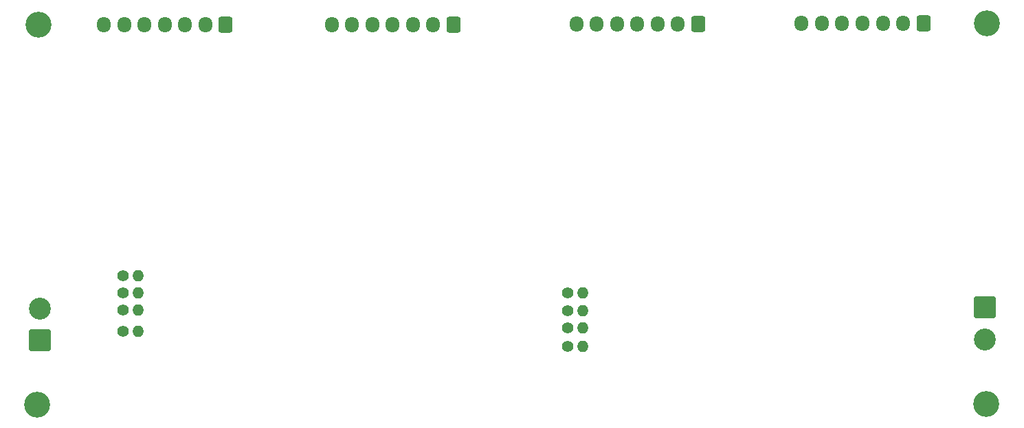
<source format=gbr>
%TF.GenerationSoftware,KiCad,Pcbnew,8.0.4*%
%TF.CreationDate,2024-09-13T15:55:04+09:00*%
%TF.ProjectId,LTC6811_ESP32_Slaves_V5,4c544336-3831-4315-9f45-535033325f53,rev?*%
%TF.SameCoordinates,Original*%
%TF.FileFunction,Soldermask,Bot*%
%TF.FilePolarity,Negative*%
%FSLAX46Y46*%
G04 Gerber Fmt 4.6, Leading zero omitted, Abs format (unit mm)*
G04 Created by KiCad (PCBNEW 8.0.4) date 2024-09-13 15:55:04*
%MOMM*%
%LPD*%
G01*
G04 APERTURE LIST*
G04 Aperture macros list*
%AMRoundRect*
0 Rectangle with rounded corners*
0 $1 Rounding radius*
0 $2 $3 $4 $5 $6 $7 $8 $9 X,Y pos of 4 corners*
0 Add a 4 corners polygon primitive as box body*
4,1,4,$2,$3,$4,$5,$6,$7,$8,$9,$2,$3,0*
0 Add four circle primitives for the rounded corners*
1,1,$1+$1,$2,$3*
1,1,$1+$1,$4,$5*
1,1,$1+$1,$6,$7*
1,1,$1+$1,$8,$9*
0 Add four rect primitives between the rounded corners*
20,1,$1+$1,$2,$3,$4,$5,0*
20,1,$1+$1,$4,$5,$6,$7,0*
20,1,$1+$1,$6,$7,$8,$9,0*
20,1,$1+$1,$8,$9,$2,$3,0*%
G04 Aperture macros list end*
%ADD10RoundRect,0.250001X-1.099999X1.099999X-1.099999X-1.099999X1.099999X-1.099999X1.099999X1.099999X0*%
%ADD11C,2.700000*%
%ADD12C,1.400000*%
%ADD13O,1.400000X1.400000*%
%ADD14O,1.700000X1.950000*%
%ADD15RoundRect,0.250000X0.600000X0.725000X-0.600000X0.725000X-0.600000X-0.725000X0.600000X-0.725000X0*%
%ADD16C,3.200000*%
%ADD17RoundRect,0.250001X1.099999X-1.099999X1.099999X1.099999X-1.099999X1.099999X-1.099999X-1.099999X0*%
G04 APERTURE END LIST*
D10*
%TO.C,J9*%
X355750000Y-153950572D03*
D11*
X355750000Y-157910572D03*
%TD*%
D12*
%TO.C,TH19*%
X304295000Y-154400000D03*
D13*
X306195000Y-154400000D03*
%TD*%
D14*
%TO.C,J15*%
X247200000Y-119041928D03*
X249700000Y-119041928D03*
X252200000Y-119041928D03*
X254700000Y-119041928D03*
X257200000Y-119041928D03*
X259700000Y-119041928D03*
D15*
X262200000Y-119041928D03*
%TD*%
D14*
%TO.C,J14*%
X275250000Y-119041928D03*
X277750000Y-119041928D03*
X280250000Y-119041928D03*
X282750000Y-119041928D03*
X285250000Y-119041928D03*
X287750000Y-119041928D03*
D15*
X290250000Y-119041928D03*
%TD*%
D16*
%TO.C,J1*%
X356000000Y-118908072D03*
%TD*%
D12*
%TO.C,TH20*%
X304295000Y-152200000D03*
D13*
X306195000Y-152200000D03*
%TD*%
D12*
%TO.C,TH17*%
X304300000Y-158800000D03*
D13*
X306200000Y-158800000D03*
%TD*%
D14*
%TO.C,J17*%
X305400000Y-118958072D03*
X307900000Y-118958072D03*
X310400000Y-118958072D03*
X312900000Y-118958072D03*
X315400000Y-118958072D03*
X317900000Y-118958072D03*
D15*
X320400000Y-118958072D03*
%TD*%
D16*
%TO.C,J8*%
X355900000Y-165908072D03*
%TD*%
%TO.C,J2*%
X239000000Y-166000000D03*
%TD*%
D17*
%TO.C,J22*%
X239300000Y-158057500D03*
D11*
X239300000Y-154097500D03*
%TD*%
D12*
%TO.C,TH18*%
X304300000Y-156500000D03*
D13*
X306200000Y-156500000D03*
%TD*%
D16*
%TO.C,J20*%
X239150000Y-119050000D03*
%TD*%
D12*
%TO.C,TH15*%
X249545000Y-150100000D03*
D13*
X251445000Y-150100000D03*
%TD*%
D14*
%TO.C,J16*%
X333150000Y-118925000D03*
X335650000Y-118925000D03*
X338150000Y-118925000D03*
X340650000Y-118925000D03*
X343150000Y-118925000D03*
X345650000Y-118925000D03*
D15*
X348150000Y-118925000D03*
%TD*%
D12*
%TO.C,TH12*%
X249545000Y-156900000D03*
D13*
X251445000Y-156900000D03*
%TD*%
D12*
%TO.C,TH13*%
X249550000Y-154300000D03*
D13*
X251450000Y-154300000D03*
%TD*%
D12*
%TO.C,TH14*%
X249545000Y-152200000D03*
D13*
X251445000Y-152200000D03*
%TD*%
M02*

</source>
